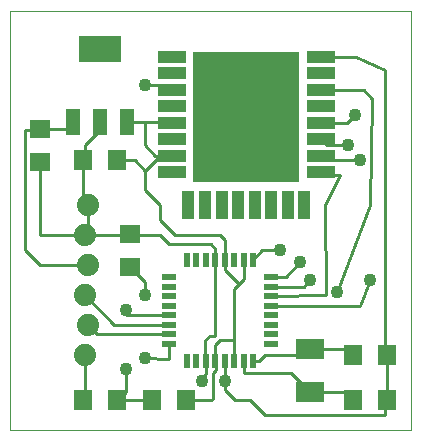
<source format=gtl>
G75*
%MOIN*%
%OFA0B0*%
%FSLAX25Y25*%
%IPPOS*%
%LPD*%
%AMOC8*
5,1,8,0,0,1.08239X$1,22.5*
%
%ADD10C,0.00000*%
%ADD11R,0.06299X0.07087*%
%ADD12C,0.07400*%
%ADD13R,0.07087X0.06299*%
%ADD14R,0.03937X0.09646*%
%ADD15R,0.09646X0.03937*%
%ADD16R,0.35433X0.43307*%
%ADD17R,0.02200X0.05000*%
%ADD18R,0.05000X0.02200*%
%ADD19R,0.09449X0.06693*%
%ADD20R,0.04800X0.08800*%
%ADD21R,0.14173X0.08661*%
%ADD22C,0.01000*%
%ADD23C,0.04356*%
D10*
X0001000Y0001000D02*
X0001000Y0140961D01*
X0134701Y0140961D01*
X0134701Y0001000D01*
X0001000Y0001000D01*
D11*
X0025488Y0011000D03*
X0036512Y0011000D03*
X0048488Y0011000D03*
X0059512Y0011000D03*
X0115488Y0011000D03*
X0126512Y0011000D03*
X0126512Y0026000D03*
X0115488Y0026000D03*
X0036512Y0091000D03*
X0025488Y0091000D03*
D12*
X0027000Y0076000D03*
X0026000Y0066000D03*
X0027000Y0056000D03*
X0026000Y0046000D03*
X0027000Y0036000D03*
X0026000Y0026000D03*
D13*
X0041000Y0055488D03*
X0041000Y0066512D03*
X0011000Y0090488D03*
X0011000Y0101512D03*
D14*
X0060488Y0076000D03*
X0066000Y0076000D03*
X0071512Y0076000D03*
X0077024Y0076000D03*
X0082535Y0076000D03*
X0088047Y0076000D03*
X0093559Y0076000D03*
X0099071Y0076000D03*
D15*
X0104583Y0087024D03*
X0104583Y0092535D03*
X0104583Y0098047D03*
X0104583Y0103559D03*
X0104583Y0109071D03*
X0104583Y0114583D03*
X0104583Y0120094D03*
X0104583Y0125606D03*
X0054976Y0125606D03*
X0054976Y0120094D03*
X0054976Y0114583D03*
X0054976Y0109071D03*
X0054976Y0103559D03*
X0054976Y0098047D03*
X0054976Y0092535D03*
X0054976Y0087024D03*
D16*
X0079780Y0105528D03*
D17*
X0078874Y0057900D03*
X0082024Y0057900D03*
X0075724Y0057900D03*
X0072575Y0057900D03*
X0069425Y0057900D03*
X0066276Y0057900D03*
X0063126Y0057900D03*
X0059976Y0057900D03*
X0059976Y0024100D03*
X0063126Y0024100D03*
X0066276Y0024100D03*
X0069425Y0024100D03*
X0072575Y0024100D03*
X0075724Y0024100D03*
X0078874Y0024100D03*
X0082024Y0024100D03*
D18*
X0087900Y0029976D03*
X0087900Y0033126D03*
X0087900Y0036276D03*
X0087900Y0039425D03*
X0087900Y0042575D03*
X0087900Y0045724D03*
X0087900Y0048874D03*
X0087900Y0052024D03*
X0054100Y0052024D03*
X0054100Y0048874D03*
X0054100Y0045724D03*
X0054100Y0042575D03*
X0054100Y0039425D03*
X0054100Y0036276D03*
X0054100Y0033126D03*
X0054100Y0029976D03*
D19*
X0101000Y0028283D03*
X0101000Y0013717D03*
D20*
X0040100Y0103800D03*
X0031000Y0103800D03*
X0021900Y0103800D03*
D21*
X0031000Y0128201D03*
D22*
X0046000Y0116000D02*
X0053559Y0116000D01*
X0054976Y0114583D01*
X0054735Y0103800D02*
X0046000Y0103800D01*
X0046000Y0096000D01*
X0049465Y0092535D01*
X0051000Y0092535D01*
X0046000Y0087535D01*
X0042535Y0091000D01*
X0036512Y0091000D01*
X0031000Y0101000D02*
X0026000Y0096000D01*
X0026000Y0091512D01*
X0025488Y0091000D01*
X0025488Y0077512D01*
X0027000Y0076000D01*
X0027000Y0067000D01*
X0026000Y0066000D01*
X0011000Y0066000D01*
X0011000Y0090488D01*
X0010488Y0101000D02*
X0006000Y0101000D01*
X0006000Y0061000D01*
X0011000Y0056000D01*
X0027000Y0056000D01*
X0026000Y0046000D02*
X0035724Y0036276D01*
X0054100Y0036276D01*
X0054100Y0039425D02*
X0039575Y0039425D01*
X0039500Y0041000D01*
X0046000Y0046000D02*
X0046000Y0050488D01*
X0041000Y0055488D01*
X0040488Y0066000D02*
X0041000Y0066512D01*
X0041512Y0066000D01*
X0051000Y0066000D01*
X0054000Y0063000D01*
X0068000Y0063000D01*
X0069425Y0061575D01*
X0069425Y0057900D01*
X0069425Y0032575D01*
X0067575Y0032575D01*
X0066000Y0031000D01*
X0066000Y0024376D01*
X0066276Y0024100D01*
X0066276Y0019776D01*
X0065000Y0018500D01*
X0065000Y0017500D01*
X0068500Y0020000D02*
X0069500Y0021000D01*
X0069500Y0024025D01*
X0069425Y0024100D01*
X0069425Y0029425D01*
X0071000Y0031000D01*
X0075724Y0031000D01*
X0075724Y0048224D01*
X0077250Y0049750D01*
X0072575Y0054425D01*
X0072575Y0057900D01*
X0072575Y0064425D01*
X0071000Y0066000D01*
X0056000Y0066000D01*
X0051000Y0071000D01*
X0051000Y0076000D01*
X0046000Y0081000D01*
X0046000Y0087535D01*
X0051000Y0092535D02*
X0054976Y0092535D01*
X0054976Y0103559D02*
X0054735Y0103800D01*
X0046000Y0103800D02*
X0040100Y0103800D01*
X0031000Y0103800D02*
X0031000Y0101000D01*
X0021900Y0103800D02*
X0019612Y0101512D01*
X0011000Y0101512D01*
X0010488Y0101000D01*
X0026000Y0066000D02*
X0040488Y0066000D01*
X0027000Y0036000D02*
X0029874Y0033126D01*
X0054100Y0033126D01*
X0054100Y0029976D02*
X0054024Y0024976D01*
X0046000Y0025000D01*
X0039500Y0021500D02*
X0039500Y0013988D01*
X0036512Y0011000D01*
X0048488Y0011000D01*
X0059512Y0011000D02*
X0068000Y0011000D01*
X0068500Y0011500D01*
X0068500Y0020000D01*
X0072500Y0017500D02*
X0072500Y0024025D01*
X0072575Y0024100D01*
X0072575Y0014425D01*
X0076000Y0011000D01*
X0081000Y0011000D01*
X0086000Y0006000D01*
X0126000Y0006000D01*
X0126000Y0010488D01*
X0126512Y0011000D01*
X0126000Y0011000D01*
X0126512Y0011512D01*
X0126512Y0026000D01*
X0126000Y0030488D01*
X0126000Y0121000D01*
X0116394Y0125606D01*
X0104583Y0125606D01*
X0105606Y0125606D01*
X0106000Y0126000D01*
X0104583Y0114583D02*
X0118917Y0114583D01*
X0121500Y0111500D01*
X0121000Y0076000D01*
X0110000Y0047000D01*
X0106224Y0046224D02*
X0106000Y0076000D01*
X0111000Y0086000D01*
X0105606Y0086000D01*
X0104583Y0087024D01*
X0106118Y0091000D02*
X0104583Y0092535D01*
X0106118Y0091000D02*
X0117500Y0091000D01*
X0113500Y0096000D02*
X0106630Y0096000D01*
X0104583Y0098047D01*
X0104583Y0103559D02*
X0113441Y0103559D01*
X0116000Y0106000D01*
X0091000Y0061000D02*
X0085124Y0061000D01*
X0082024Y0057900D01*
X0079000Y0057774D02*
X0078874Y0057900D01*
X0079000Y0057774D02*
X0079000Y0051500D01*
X0077250Y0049750D01*
X0087900Y0048874D02*
X0098874Y0048874D01*
X0101000Y0051000D01*
X0097500Y0057000D02*
X0093024Y0052024D01*
X0087900Y0052024D01*
X0087900Y0045724D02*
X0106224Y0046224D01*
X0117575Y0042575D02*
X0121000Y0051000D01*
X0117575Y0042575D02*
X0087900Y0042575D01*
X0075724Y0031000D02*
X0075724Y0024100D01*
X0075724Y0025724D01*
X0076000Y0026000D01*
X0078874Y0024100D02*
X0078874Y0020126D01*
X0079000Y0020000D01*
X0094717Y0020000D01*
X0101000Y0013717D01*
X0112772Y0013717D01*
X0115488Y0011000D01*
X0115488Y0026000D02*
X0113205Y0028283D01*
X0101000Y0028283D01*
X0098717Y0026000D01*
X0086000Y0026000D01*
X0084100Y0024100D01*
X0082024Y0024100D01*
X0098717Y0016000D02*
X0101000Y0013717D01*
X0026000Y0011512D02*
X0025488Y0011000D01*
X0026000Y0011512D02*
X0026000Y0026000D01*
D23*
X0039500Y0021500D03*
X0046000Y0025000D03*
X0039500Y0041000D03*
X0046000Y0046000D03*
X0065000Y0017500D03*
X0072500Y0017500D03*
X0101000Y0051000D03*
X0097500Y0057000D03*
X0091000Y0061000D03*
X0110000Y0047000D03*
X0121000Y0051000D03*
X0117500Y0091000D03*
X0113500Y0096000D03*
X0116000Y0106000D03*
X0046000Y0116000D03*
M02*

</source>
